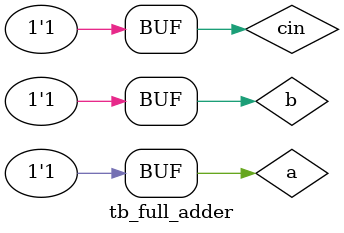
<source format=v>
module full_adder(cout,s,a,b,cin);
output cout,s;
input a,b,cin;
wire w1,w2,w3;
xor x1(w1,a,b);
and a1(w2,w1,cin);
and a2(w3,a,b);
xor x2(s,w1,cin);
or o1(cout,w2,w3);
endmodule


module tb_full_adder;
wire s, cout;
reg a,b,cin;
full_adder a1(cout,s,a,b,cin);

initial begin
$monitor("time=%d, s=%b,cout=%d,a=%d,b=%d,c=%d,",$time,s,cout,a,b,cin);


#10 a=1'b0; b=1'b0;cin=1'b0;
#10 a=1'b0; b=1'b0;cin=1'b1;
#10 a=1'b0; b=1'b1;cin=1'b0;
#10 a=1'b0; b=1'b1;cin=1'b1;
#10 a=1'b1; b=1'b0;cin=1'b0;
#10 a=1'b1; b=1'b0;cin=1'b1;
#10 a=1'b1; b=1'b1;cin=1'b0;
#10 a=1'b1; b=1'b1;cin=1'b1;

end
endmodule

</source>
